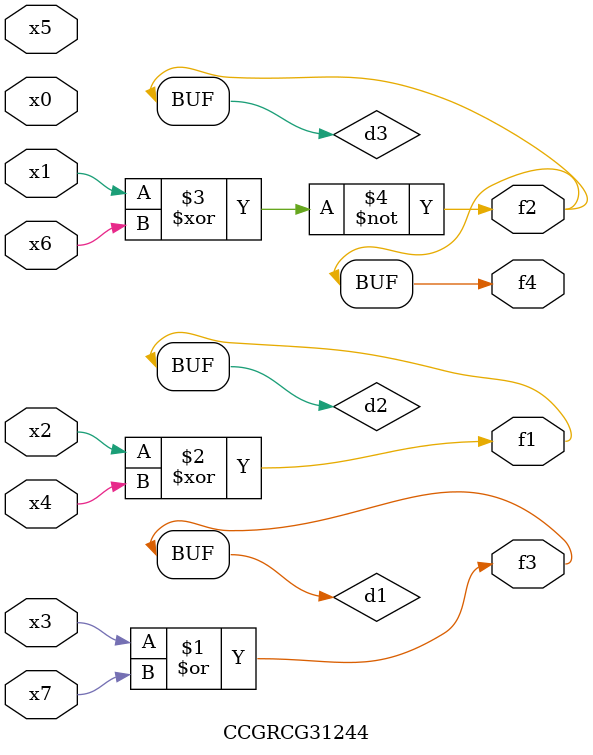
<source format=v>
module CCGRCG31244(
	input x0, x1, x2, x3, x4, x5, x6, x7,
	output f1, f2, f3, f4
);

	wire d1, d2, d3;

	or (d1, x3, x7);
	xor (d2, x2, x4);
	xnor (d3, x1, x6);
	assign f1 = d2;
	assign f2 = d3;
	assign f3 = d1;
	assign f4 = d3;
endmodule

</source>
